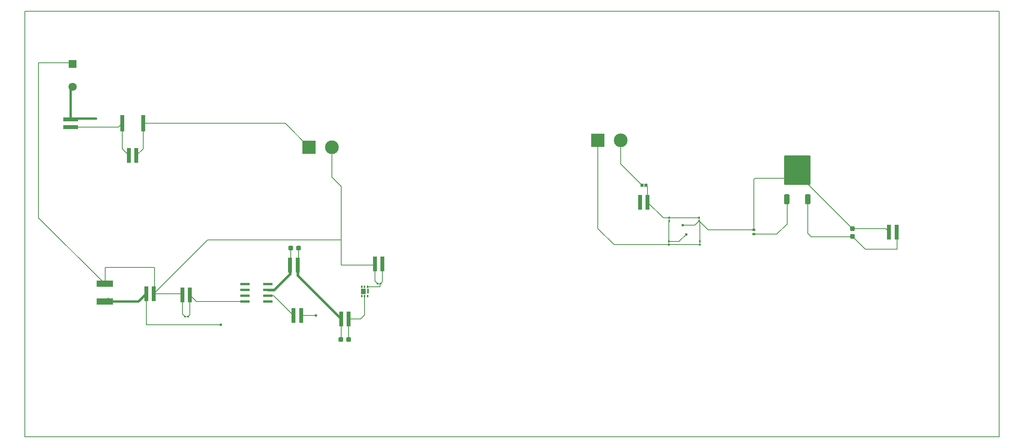
<source format=gbr>
%TF.GenerationSoftware,KiCad,Pcbnew,8.0.7*%
%TF.CreationDate,2025-01-26T19:21:23+01:00*%
%TF.ProjectId,Power device,506f7765-7220-4646-9576-6963652e6b69,rev?*%
%TF.SameCoordinates,Original*%
%TF.FileFunction,Copper,L1,Top*%
%TF.FilePolarity,Positive*%
%FSLAX46Y46*%
G04 Gerber Fmt 4.6, Leading zero omitted, Abs format (unit mm)*
G04 Created by KiCad (PCBNEW 8.0.7) date 2025-01-26 19:21:23*
%MOMM*%
%LPD*%
G01*
G04 APERTURE LIST*
G04 Aperture macros list*
%AMRoundRect*
0 Rectangle with rounded corners*
0 $1 Rounding radius*
0 $2 $3 $4 $5 $6 $7 $8 $9 X,Y pos of 4 corners*
0 Add a 4 corners polygon primitive as box body*
4,1,4,$2,$3,$4,$5,$6,$7,$8,$9,$2,$3,0*
0 Add four circle primitives for the rounded corners*
1,1,$1+$1,$2,$3*
1,1,$1+$1,$4,$5*
1,1,$1+$1,$6,$7*
1,1,$1+$1,$8,$9*
0 Add four rect primitives between the rounded corners*
20,1,$1+$1,$2,$3,$4,$5,0*
20,1,$1+$1,$4,$5,$6,$7,0*
20,1,$1+$1,$6,$7,$8,$9,0*
20,1,$1+$1,$8,$9,$2,$3,0*%
G04 Aperture macros list end*
%TA.AperFunction,NonConductor*%
%ADD10C,0.200000*%
%TD*%
%TA.AperFunction,SMDPad,CuDef*%
%ADD11R,0.950000X3.200000*%
%TD*%
%TA.AperFunction,SMDPad,CuDef*%
%ADD12R,3.520000X1.430000*%
%TD*%
%TA.AperFunction,SMDPad,CuDef*%
%ADD13RoundRect,0.075000X0.075000X-0.212500X0.075000X0.212500X-0.075000X0.212500X-0.075000X-0.212500X0*%
%TD*%
%TA.AperFunction,ComponentPad*%
%ADD14R,3.000000X3.000000*%
%TD*%
%TA.AperFunction,ComponentPad*%
%ADD15C,3.000000*%
%TD*%
%TA.AperFunction,SMDPad,CuDef*%
%ADD16RoundRect,0.100000X0.130000X0.100000X-0.130000X0.100000X-0.130000X-0.100000X0.130000X-0.100000X0*%
%TD*%
%TA.AperFunction,SMDPad,CuDef*%
%ADD17RoundRect,0.237500X0.237500X-0.300000X0.237500X0.300000X-0.237500X0.300000X-0.237500X-0.300000X0*%
%TD*%
%TA.AperFunction,SMDPad,CuDef*%
%ADD18RoundRect,0.250000X0.350000X-0.850000X0.350000X0.850000X-0.350000X0.850000X-0.350000X-0.850000X0*%
%TD*%
%TA.AperFunction,SMDPad,CuDef*%
%ADD19RoundRect,0.250000X1.125000X-1.275000X1.125000X1.275000X-1.125000X1.275000X-1.125000X-1.275000X0*%
%TD*%
%TA.AperFunction,SMDPad,CuDef*%
%ADD20RoundRect,0.249997X2.650003X-2.950003X2.650003X2.950003X-2.650003X2.950003X-2.650003X-2.950003X0*%
%TD*%
%TA.AperFunction,ComponentPad*%
%ADD21R,1.800000X1.800000*%
%TD*%
%TA.AperFunction,ComponentPad*%
%ADD22C,1.800000*%
%TD*%
%TA.AperFunction,SMDPad,CuDef*%
%ADD23RoundRect,0.140000X0.170000X-0.140000X0.170000X0.140000X-0.170000X0.140000X-0.170000X-0.140000X0*%
%TD*%
%TA.AperFunction,SMDPad,CuDef*%
%ADD24RoundRect,0.073750X-0.911250X-0.221250X0.911250X-0.221250X0.911250X0.221250X-0.911250X0.221250X0*%
%TD*%
%TA.AperFunction,SMDPad,CuDef*%
%ADD25RoundRect,0.237500X-0.300000X-0.237500X0.300000X-0.237500X0.300000X0.237500X-0.300000X0.237500X0*%
%TD*%
%TA.AperFunction,SMDPad,CuDef*%
%ADD26R,0.650000X0.640000*%
%TD*%
%TA.AperFunction,SMDPad,CuDef*%
%ADD27RoundRect,0.075000X-0.075000X0.212500X-0.075000X-0.212500X0.075000X-0.212500X0.075000X0.212500X0*%
%TD*%
%TA.AperFunction,SMDPad,CuDef*%
%ADD28RoundRect,0.237500X0.300000X0.237500X-0.300000X0.237500X-0.300000X-0.237500X0.300000X-0.237500X0*%
%TD*%
%TA.AperFunction,SMDPad,CuDef*%
%ADD29R,3.200000X0.950000*%
%TD*%
%TA.AperFunction,SMDPad,CuDef*%
%ADD30R,0.840000X3.620000*%
%TD*%
%TA.AperFunction,SMDPad,CuDef*%
%ADD31R,0.300000X0.500000*%
%TD*%
%TA.AperFunction,SMDPad,CuDef*%
%ADD32R,1.000000X1.200000*%
%TD*%
%TA.AperFunction,SMDPad,CuDef*%
%ADD33R,0.300000X1.000000*%
%TD*%
%TA.AperFunction,ViaPad*%
%ADD34C,0.600000*%
%TD*%
%TA.AperFunction,Conductor*%
%ADD35C,0.200000*%
%TD*%
%TA.AperFunction,Conductor*%
%ADD36C,0.500000*%
%TD*%
%TA.AperFunction,Conductor*%
%ADD37C,0.600000*%
%TD*%
G04 APERTURE END LIST*
D10*
X45000000Y-43500000D02*
X257500000Y-43500000D01*
X257500000Y-136500000D01*
X45000000Y-136500000D01*
X45000000Y-43500000D01*
D11*
%TO.P,Rp2,1*%
%TO.N,Net-(Cp2-Pad1)*%
X179175000Y-85250000D03*
%TO.P,Rp2,2*%
%TO.N,Net-(D1-A)*%
X180825000Y-85250000D03*
%TD*%
%TO.P,Rload1,1*%
%TO.N,Net-(U1-VO)*%
X235150000Y-91750000D03*
%TO.P,Rload1,2*%
%TO.N,GND*%
X233500000Y-91750000D03*
%TD*%
D12*
%TO.P,Cd1,1*%
%TO.N,/Safety*%
X62440000Y-106940000D03*
%TO.P,Cd1,2*%
%TO.N,GND*%
X62440000Y-103060000D03*
%TD*%
D11*
%TO.P,Rp1,1*%
%TO.N,Net-(Cp1-Pad1)*%
X67675000Y-75000000D03*
%TO.P,Rp1,2*%
%TO.N,Net-(Cp1-Pad2)*%
X69325000Y-75000000D03*
%TD*%
D13*
%TO.P,D4,1,K*%
%TO.N,Net-(D3-A)*%
X192250000Y-94475000D03*
%TO.P,D4,2,A*%
%TO.N,GND*%
X192250000Y-93800000D03*
%TD*%
D11*
%TO.P,Rpow-MOS1,1*%
%TO.N,Net-(Q1-SOURCE_1)*%
X123000000Y-98750000D03*
%TO.P,Rpow-MOS1,2*%
%TO.N,GND*%
X121350000Y-98750000D03*
%TD*%
D14*
%TO.P,L2,1,1*%
%TO.N,Net-(D3-A)*%
X170000000Y-71690000D03*
D15*
%TO.P,L2,2,2*%
%TO.N,Net-(Cp2-Pad1)*%
X175000000Y-71690000D03*
%TD*%
D16*
%TO.P,C_decop_3,1*%
%TO.N,Net-(Q1-SOURCE_1)*%
X122570000Y-103000000D03*
%TO.P,C_decop_3,2*%
%TO.N,GND*%
X121930000Y-103000000D03*
%TD*%
D17*
%TO.P,C_out1,1*%
%TO.N,Net-(U1-VO)*%
X225500000Y-92725000D03*
%TO.P,C_out1,2*%
%TO.N,GND*%
X225500000Y-91000000D03*
%TD*%
D16*
%TO.P,C_decop_4,1*%
%TO.N,Net-(IC1-VEE)*%
X80570000Y-110250000D03*
%TO.P,C_decop_4,2*%
%TO.N,GND*%
X79930000Y-110250000D03*
%TD*%
D11*
%TO.P,Rpow_MOS1,1*%
%TO.N,+15V*%
X114000000Y-110750000D03*
%TO.P,Rpow_MOS1,2*%
%TO.N,Net-(Q1-DRAIN_2)*%
X115650000Y-110750000D03*
%TD*%
%TO.P,Rgate1,1*%
%TO.N,Net-(IC1-OUTPUT)*%
X103600000Y-110000000D03*
%TO.P,Rgate1,2*%
%TO.N,Net-(Q1-GATE)*%
X105250000Y-110000000D03*
%TD*%
D18*
%TO.P,U1,1,VI*%
%TO.N,Net-(D1-K)*%
X211220000Y-84550000D03*
D19*
%TO.P,U1,2,GND*%
%TO.N,GND*%
X211975000Y-79925000D03*
X215025000Y-79925000D03*
D20*
X213500000Y-78250000D03*
D19*
X211975000Y-76575000D03*
X215025000Y-76575000D03*
D18*
%TO.P,U1,3,VO*%
%TO.N,Net-(U1-VO)*%
X215780000Y-84550000D03*
%TD*%
D21*
%TO.P,J1,1,1*%
%TO.N,GND*%
X55450000Y-55000000D03*
D22*
%TO.P,J1,2,2*%
%TO.N,/Supply*%
X55450000Y-60000000D03*
%TD*%
D14*
%TO.P,L1,1,1*%
%TO.N,Net-(Cp1-Pad2)*%
X107000000Y-73190000D03*
D15*
%TO.P,L1,2,2*%
%TO.N,GND*%
X112000000Y-73190000D03*
%TD*%
D11*
%TO.P,Rpow1,1*%
%TO.N,+15V*%
X104500000Y-99000000D03*
%TO.P,Rpow1,2*%
%TO.N,Net-(IC1-VCC)*%
X102850000Y-99000000D03*
%TD*%
D23*
%TO.P,C_rect1,1*%
%TO.N,Net-(D1-K)*%
X204000000Y-92210000D03*
%TO.P,C_rect1,2*%
%TO.N,GND*%
X204000000Y-91250000D03*
%TD*%
D24*
%TO.P,IC1,1,BALANCE_1*%
%TO.N,unconnected-(IC1-BALANCE_1-Pad1)*%
X93025000Y-103095000D03*
%TO.P,IC1,2,INPUTS_-*%
%TO.N,/Safety*%
X93025000Y-104365000D03*
%TO.P,IC1,3,INPUTS_+*%
%TO.N,/Supply*%
X93025000Y-105635000D03*
%TO.P,IC1,4,VEE*%
%TO.N,Net-(IC1-VEE)*%
X93025000Y-106905000D03*
%TO.P,IC1,5,BALANCE_2*%
%TO.N,unconnected-(IC1-BALANCE_2-Pad5)*%
X97975000Y-106905000D03*
%TO.P,IC1,6,OUTPUT*%
%TO.N,Net-(IC1-OUTPUT)*%
X97975000Y-105635000D03*
%TO.P,IC1,7,VCC*%
%TO.N,Net-(IC1-VCC)*%
X97975000Y-104365000D03*
%TO.P,IC1,8,COMPENSATION*%
%TO.N,unconnected-(IC1-COMPENSATION-Pad8)*%
X97975000Y-103095000D03*
%TD*%
D25*
%TO.P,C_decop_2,1*%
%TO.N,+15V*%
X113887500Y-115250000D03*
%TO.P,C_decop_2,2*%
%TO.N,Net-(Q1-DRAIN_2)*%
X115612500Y-115250000D03*
%TD*%
D13*
%TO.P,D1,1,K*%
%TO.N,Net-(D1-K)*%
X185587500Y-89337500D03*
%TO.P,D1,2,A*%
%TO.N,Net-(D1-A)*%
X185587500Y-88662500D03*
%TD*%
D26*
%TO.P,Cp2,1*%
%TO.N,Net-(Cp2-Pad1)*%
X179600000Y-81500000D03*
%TO.P,Cp2,2*%
%TO.N,Net-(D1-A)*%
X180500000Y-81500000D03*
%TD*%
D27*
%TO.P,D3,1,K*%
%TO.N,Net-(D1-K)*%
X185500000Y-93800000D03*
%TO.P,D3,2,A*%
%TO.N,Net-(D3-A)*%
X185500000Y-94475000D03*
%TD*%
D28*
%TO.P,C_decop_1,1*%
%TO.N,+15V*%
X104725000Y-95250000D03*
%TO.P,C_decop_1,2*%
%TO.N,Net-(IC1-VCC)*%
X103000000Y-95250000D03*
%TD*%
D27*
%TO.P,D2,1,K*%
%TO.N,Net-(D1-A)*%
X192087500Y-88662500D03*
%TO.P,D2,2,A*%
%TO.N,GND*%
X192087500Y-89337500D03*
%TD*%
D11*
%TO.P,R1,1*%
%TO.N,/Safety*%
X71500000Y-105250000D03*
%TO.P,R1,2*%
%TO.N,GND*%
X73150000Y-105250000D03*
%TD*%
D29*
%TO.P,R1s1,1*%
%TO.N,/Supply*%
X55000000Y-67175000D03*
%TO.P,R1s1,2*%
%TO.N,Net-(Cp1-Pad1)*%
X55000000Y-68825000D03*
%TD*%
D30*
%TO.P,Cp1,1*%
%TO.N,Net-(Cp1-Pad1)*%
X66210000Y-68000000D03*
%TO.P,Cp1,2*%
%TO.N,Net-(Cp1-Pad2)*%
X70790000Y-68000000D03*
%TD*%
D11*
%TO.P,Rpov-1,1*%
%TO.N,Net-(IC1-VEE)*%
X81000000Y-105500000D03*
%TO.P,Rpov-1,2*%
%TO.N,GND*%
X79350000Y-105500000D03*
%TD*%
D31*
%TO.P,Q1,1,DRAIN_1*%
%TO.N,unconnected-(Q1-DRAIN_1-Pad1)*%
X118450000Y-105750000D03*
%TO.P,Q1,2,DRAIN_2*%
%TO.N,Net-(Q1-DRAIN_2)*%
X119100000Y-105750000D03*
%TO.P,Q1,3,GATE*%
%TO.N,Net-(Q1-GATE)*%
X119750000Y-105750000D03*
%TO.P,Q1,4,SOURCE_1*%
%TO.N,Net-(Q1-SOURCE_1)*%
X119750000Y-103750000D03*
%TO.P,Q1,5,DRAIN_3*%
%TO.N,unconnected-(Q1-DRAIN_3-Pad5)*%
X119100000Y-103750000D03*
%TO.P,Q1,6,DRAIN_4*%
%TO.N,unconnected-(Q1-DRAIN_4-Pad6)*%
X118450000Y-103750000D03*
D32*
%TO.P,Q1,7,DRAIN_5*%
%TO.N,unconnected-(Q1-DRAIN_5-Pad7)*%
X118800000Y-104750000D03*
D33*
%TO.P,Q1,8,SOURCE_2*%
%TO.N,unconnected-(Q1-SOURCE_2-Pad8)*%
X119835000Y-104675000D03*
%TD*%
D34*
%TO.N,/Safety*%
X87750000Y-112000000D03*
%TO.N,GND*%
X188500000Y-90250000D03*
%TO.N,Net-(D1-K)*%
X189250000Y-92250000D03*
%TO.N,/Supply*%
X60500000Y-67000000D03*
%TO.N,Net-(Q1-GATE)*%
X108500000Y-110000000D03*
%TD*%
D35*
%TO.N,/Safety*%
X71500000Y-105250000D02*
X71500000Y-112000000D01*
X71500000Y-112000000D02*
X87750000Y-112000000D01*
D36*
X62440000Y-106940000D02*
X69810000Y-106940000D01*
X69810000Y-106940000D02*
X71500000Y-105250000D01*
D35*
X62440000Y-106940000D02*
X63305000Y-106075000D01*
%TO.N,GND*%
X62440000Y-103060000D02*
X48000000Y-88620000D01*
X191175000Y-90250000D02*
X192087500Y-89337500D01*
X73150000Y-105250000D02*
X84900000Y-93500000D01*
X121930000Y-103000000D02*
X121350000Y-102420000D01*
X79350000Y-105500000D02*
X79350000Y-109670000D01*
X73250000Y-105150000D02*
X73150000Y-105250000D01*
X204000000Y-80250000D02*
X204250000Y-80000000D01*
X62440000Y-103060000D02*
X62500000Y-103000000D01*
X84900000Y-93500000D02*
X114000000Y-93500000D01*
X114000000Y-99000000D02*
X114000000Y-81750000D01*
X114000000Y-99000000D02*
X121100000Y-99000000D01*
X215025000Y-80525000D02*
X215025000Y-79925000D01*
X114000000Y-93500000D02*
X114000000Y-93750000D01*
X112000000Y-79750000D02*
X112000000Y-73190000D01*
X73150000Y-105250000D02*
X79100000Y-105250000D01*
X225500000Y-91000000D02*
X215025000Y-80525000D01*
X232750000Y-91000000D02*
X233500000Y-91750000D01*
X188500000Y-90250000D02*
X191175000Y-90250000D01*
X204000000Y-91250000D02*
X204000000Y-80250000D01*
X194000000Y-91250000D02*
X204000000Y-91250000D01*
X204250000Y-80000000D02*
X211900000Y-80000000D01*
X62500000Y-103000000D02*
X62500000Y-99500000D01*
X48000000Y-88620000D02*
X48000000Y-54750000D01*
X79350000Y-105500000D02*
X79250000Y-105400000D01*
X114000000Y-81750000D02*
X112000000Y-79750000D01*
X192087500Y-89337500D02*
X194000000Y-91250000D01*
X79350000Y-109670000D02*
X79930000Y-110250000D01*
X48000000Y-54750000D02*
X55200000Y-54750000D01*
X121100000Y-99000000D02*
X121350000Y-98750000D01*
X79100000Y-105250000D02*
X79350000Y-105500000D01*
X192087500Y-89337500D02*
X192250000Y-89500000D01*
X73250000Y-99500000D02*
X73250000Y-105150000D01*
X225500000Y-91000000D02*
X232750000Y-91000000D01*
X62500000Y-99500000D02*
X73250000Y-99500000D01*
X211900000Y-80000000D02*
X211975000Y-79925000D01*
X121350000Y-102420000D02*
X121350000Y-98750000D01*
X114000000Y-93750000D02*
X114000000Y-99000000D01*
X55200000Y-54750000D02*
X55450000Y-55000000D01*
X192250000Y-89500000D02*
X192250000Y-93800000D01*
%TO.N,Net-(Cp1-Pad2)*%
X70790000Y-68000000D02*
X70790000Y-73535000D01*
X70790000Y-73535000D02*
X69325000Y-75000000D01*
X101810000Y-68000000D02*
X107000000Y-73190000D01*
X70790000Y-68000000D02*
X101810000Y-68000000D01*
%TO.N,Net-(Cp1-Pad1)*%
X65385000Y-68825000D02*
X66210000Y-68000000D01*
X55000000Y-68825000D02*
X65385000Y-68825000D01*
X66210000Y-73535000D02*
X67675000Y-75000000D01*
X66210000Y-68000000D02*
X66210000Y-73535000D01*
%TO.N,Net-(D1-A)*%
X180825000Y-85250000D02*
X184237500Y-88662500D01*
X185587500Y-88662500D02*
X192087500Y-88662500D01*
X180500000Y-81500000D02*
X180825000Y-81825000D01*
X184237500Y-88662500D02*
X185587500Y-88662500D01*
X180825000Y-81825000D02*
X180825000Y-85250000D01*
%TO.N,Net-(Cp2-Pad1)*%
X175000000Y-71690000D02*
X175000000Y-76900000D01*
X175000000Y-76900000D02*
X179600000Y-81500000D01*
%TO.N,Net-(U1-VO)*%
X235250000Y-95500000D02*
X235250000Y-91850000D01*
X225475000Y-92750000D02*
X225500000Y-92725000D01*
X235250000Y-91850000D02*
X235150000Y-91750000D01*
X225475000Y-92750000D02*
X216500000Y-92750000D01*
X215780000Y-84550000D02*
X215780000Y-92030000D01*
X225500000Y-92725000D02*
X228275000Y-95500000D01*
X228275000Y-95500000D02*
X235250000Y-95500000D01*
X215780000Y-92030000D02*
X216500000Y-92750000D01*
%TO.N,Net-(D1-K)*%
X185587500Y-89337500D02*
X185500000Y-89425000D01*
X204000000Y-92210000D02*
X209040000Y-92210000D01*
X187700000Y-93800000D02*
X185500000Y-93800000D01*
X209040000Y-92210000D02*
X211250000Y-90000000D01*
X185500000Y-89425000D02*
X185500000Y-93800000D01*
X189250000Y-92250000D02*
X187700000Y-93800000D01*
X211250000Y-90000000D02*
X211250000Y-84580000D01*
X211250000Y-84580000D02*
X211220000Y-84550000D01*
%TO.N,Net-(D3-A)*%
X170000000Y-71690000D02*
X170000000Y-91000000D01*
X170000000Y-91000000D02*
X173500000Y-94500000D01*
X173500000Y-94500000D02*
X185475000Y-94500000D01*
X185500000Y-94475000D02*
X192250000Y-94475000D01*
X185475000Y-94500000D02*
X185500000Y-94475000D01*
%TO.N,Net-(IC1-VEE)*%
X81000000Y-105500000D02*
X82405000Y-106905000D01*
X81000000Y-109820000D02*
X80570000Y-110250000D01*
X81000000Y-105500000D02*
X81000000Y-109820000D01*
X82405000Y-106905000D02*
X93025000Y-106905000D01*
D36*
%TO.N,/Supply*%
X55175000Y-67000000D02*
X60500000Y-67000000D01*
D35*
X55000000Y-67175000D02*
X55175000Y-67000000D01*
D36*
X55000000Y-60450000D02*
X55000000Y-67175000D01*
D35*
X55450000Y-60000000D02*
X55000000Y-60450000D01*
%TO.N,Net-(IC1-OUTPUT)*%
X98110000Y-105500000D02*
X97975000Y-105635000D01*
X97975000Y-105635000D02*
X99235000Y-105635000D01*
X99235000Y-105635000D02*
X103600000Y-110000000D01*
D37*
%TO.N,Net-(IC1-VCC)*%
X99385000Y-104365000D02*
X102850000Y-100900000D01*
D35*
X103000000Y-95250000D02*
X103000000Y-98850000D01*
D37*
X99385000Y-104365000D02*
X97975000Y-104365000D01*
X102850000Y-100900000D02*
X102850000Y-99000000D01*
D35*
X103000000Y-98850000D02*
X102850000Y-99000000D01*
%TO.N,Net-(Q1-GATE)*%
X105250000Y-110000000D02*
X108500000Y-110000000D01*
%TO.N,Net-(Q1-DRAIN_2)*%
X115612500Y-110787500D02*
X115650000Y-110750000D01*
X115612500Y-115250000D02*
X115612500Y-110787500D01*
X115650000Y-110750000D02*
X118250000Y-110750000D01*
X118250000Y-110750000D02*
X119100000Y-109900000D01*
X119100000Y-109900000D02*
X119100000Y-105750000D01*
%TO.N,Net-(Q1-SOURCE_1)*%
X122500000Y-103070000D02*
X122570000Y-103000000D01*
X123000000Y-98750000D02*
X123000000Y-102570000D01*
X122500000Y-103750000D02*
X122500000Y-103070000D01*
X119750000Y-103750000D02*
X122500000Y-103750000D01*
X123000000Y-102570000D02*
X122570000Y-103000000D01*
%TO.N,+15V*%
X114000000Y-110750000D02*
X114000000Y-115137500D01*
X114000000Y-115137500D02*
X113887500Y-115250000D01*
D37*
X104500000Y-101250000D02*
X104500000Y-99000000D01*
D35*
X104725000Y-98775000D02*
X104500000Y-99000000D01*
X104725000Y-95250000D02*
X104725000Y-98775000D01*
D37*
X114000000Y-110750000D02*
X104500000Y-101250000D01*
%TD*%
M02*

</source>
